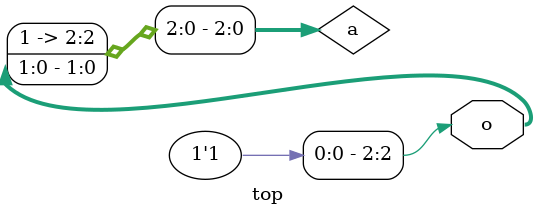
<source format=sv>
/* Generated by Synlig (git sha1 b914d55d5, g++ 12.2.0-14 -fPIC -O3) */

(* top =  1  *)
(* src = "/root/synlig/synlig/tests/simple_tests/SelectOnMemberSelectedFrom2DArray/top.sv:1.1-9.10" *)
module top(o);
  (* src = "/root/synlig/synlig/tests/simple_tests/SelectOnMemberSelectedFrom2DArray/top.sv:6.24-6.25" *)
  (* unused_bits = "3 4 5 6 7 8 9 10 11 12 13 14 15 16 17" *)
  (* wiretype = "\\struct_t" *)
  wire [17:0] a;
  (* src = "/root/synlig/synlig/tests/simple_tests/SelectOnMemberSelectedFrom2DArray/top.sv:1.31-1.32" *)
  output [2:0] o;
  wire [2:0] o;
  assign a[2:0] = { 1'h1, o[1:0] };
  assign o[2] = 1'h1;
endmodule

</source>
